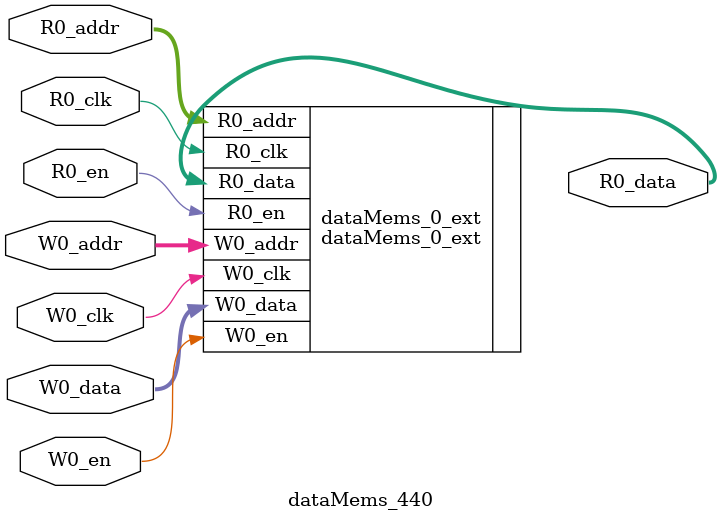
<source format=sv>
`ifndef RANDOMIZE
  `ifdef RANDOMIZE_REG_INIT
    `define RANDOMIZE
  `endif // RANDOMIZE_REG_INIT
`endif // not def RANDOMIZE
`ifndef RANDOMIZE
  `ifdef RANDOMIZE_MEM_INIT
    `define RANDOMIZE
  `endif // RANDOMIZE_MEM_INIT
`endif // not def RANDOMIZE

`ifndef RANDOM
  `define RANDOM $random
`endif // not def RANDOM

// Users can define 'PRINTF_COND' to add an extra gate to prints.
`ifndef PRINTF_COND_
  `ifdef PRINTF_COND
    `define PRINTF_COND_ (`PRINTF_COND)
  `else  // PRINTF_COND
    `define PRINTF_COND_ 1
  `endif // PRINTF_COND
`endif // not def PRINTF_COND_

// Users can define 'ASSERT_VERBOSE_COND' to add an extra gate to assert error printing.
`ifndef ASSERT_VERBOSE_COND_
  `ifdef ASSERT_VERBOSE_COND
    `define ASSERT_VERBOSE_COND_ (`ASSERT_VERBOSE_COND)
  `else  // ASSERT_VERBOSE_COND
    `define ASSERT_VERBOSE_COND_ 1
  `endif // ASSERT_VERBOSE_COND
`endif // not def ASSERT_VERBOSE_COND_

// Users can define 'STOP_COND' to add an extra gate to stop conditions.
`ifndef STOP_COND_
  `ifdef STOP_COND
    `define STOP_COND_ (`STOP_COND)
  `else  // STOP_COND
    `define STOP_COND_ 1
  `endif // STOP_COND
`endif // not def STOP_COND_

// Users can define INIT_RANDOM as general code that gets injected into the
// initializer block for modules with registers.
`ifndef INIT_RANDOM
  `define INIT_RANDOM
`endif // not def INIT_RANDOM

// If using random initialization, you can also define RANDOMIZE_DELAY to
// customize the delay used, otherwise 0.002 is used.
`ifndef RANDOMIZE_DELAY
  `define RANDOMIZE_DELAY 0.002
`endif // not def RANDOMIZE_DELAY

// Define INIT_RANDOM_PROLOG_ for use in our modules below.
`ifndef INIT_RANDOM_PROLOG_
  `ifdef RANDOMIZE
    `ifdef VERILATOR
      `define INIT_RANDOM_PROLOG_ `INIT_RANDOM
    `else  // VERILATOR
      `define INIT_RANDOM_PROLOG_ `INIT_RANDOM #`RANDOMIZE_DELAY begin end
    `endif // VERILATOR
  `else  // RANDOMIZE
    `define INIT_RANDOM_PROLOG_
  `endif // RANDOMIZE
`endif // not def INIT_RANDOM_PROLOG_

// Include register initializers in init blocks unless synthesis is set
`ifndef SYNTHESIS
  `ifndef ENABLE_INITIAL_REG_
    `define ENABLE_INITIAL_REG_
  `endif // not def ENABLE_INITIAL_REG_
`endif // not def SYNTHESIS

// Include rmemory initializers in init blocks unless synthesis is set
`ifndef SYNTHESIS
  `ifndef ENABLE_INITIAL_MEM_
    `define ENABLE_INITIAL_MEM_
  `endif // not def ENABLE_INITIAL_MEM_
`endif // not def SYNTHESIS

module dataMems_440(	// @[generators/ara/src/main/scala/UnsafeAXI4ToTL.scala:365:62]
  input  [4:0]  R0_addr,
  input         R0_en,
  input         R0_clk,
  output [66:0] R0_data,
  input  [4:0]  W0_addr,
  input         W0_en,
  input         W0_clk,
  input  [66:0] W0_data
);

  dataMems_0_ext dataMems_0_ext (	// @[generators/ara/src/main/scala/UnsafeAXI4ToTL.scala:365:62]
    .R0_addr (R0_addr),
    .R0_en   (R0_en),
    .R0_clk  (R0_clk),
    .R0_data (R0_data),
    .W0_addr (W0_addr),
    .W0_en   (W0_en),
    .W0_clk  (W0_clk),
    .W0_data (W0_data)
  );
endmodule


</source>
